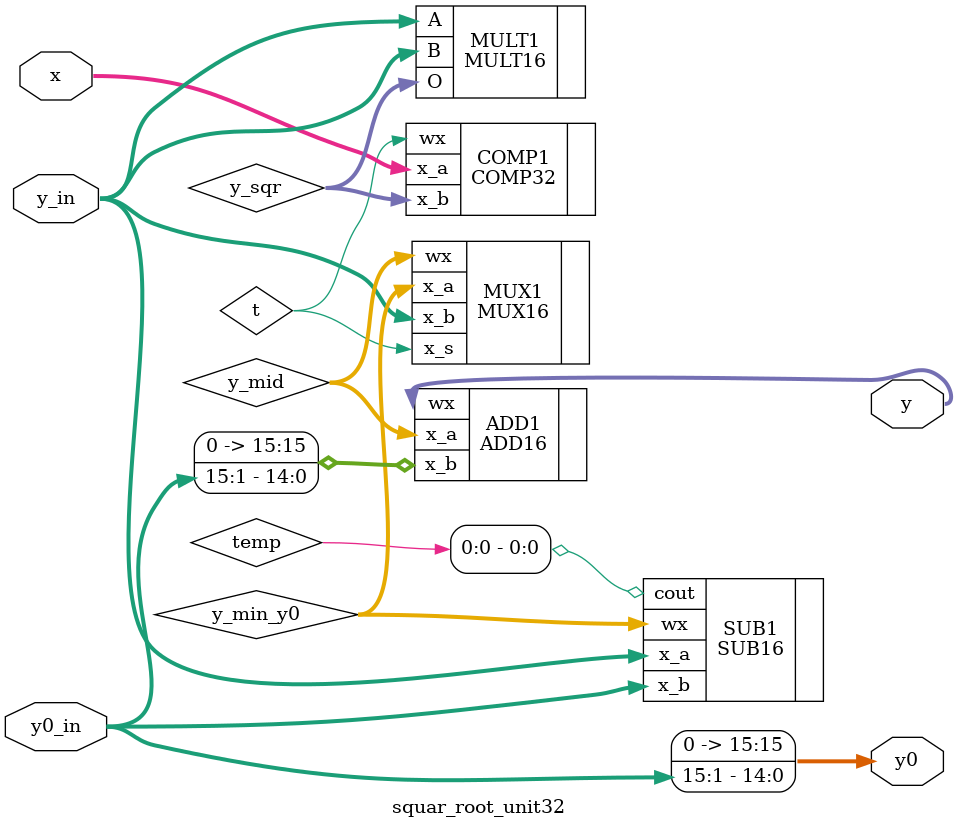
<source format=v>
module square_root_comb32(  //N=32,M=64
	input 			[31:0]		A,
	output			[15:0]	O
	);

	wire	[15:0]	Y[0:64];
	wire	[15:0]	Y0[0:64];

	assign Y[0] = {1'b1,{(15){1'b0}}};
	assign Y0[0] = {1'b1,{(15){1'b0}}};

	assign O = Y[64];

	genvar gv;
	generate
	for (gv = 0; gv < 64; gv = gv + 1)
	begin: sqr_rt
		squar_root_unit32 squar_root_unit32(
			.x(A),
			.y_in(Y[gv]),
			.y0_in(Y0[gv]),
			.y(Y[gv+1]),
			.y0(Y0[gv+1])
);
	end
	endgenerate


endmodule


module squar_root_unit32(
	input		[31:0]		x,
	input	[15:0]	y_in, y0_in,
	output	[15:0]	y, y0
);

	wire 						t;
	wire		[15:0]	y_min_y0, y_mid;
	wire		[31:0]		y_sqr;
	wire		[1:0]		temp;

	//assign	y_sqr = y_in * y_in;
	MULT16 MULT1(.A(y_in), .B(y_in), .O(y_sqr));
	//assign 	t = (y_sqr > x) ? 1 : 0;
	COMP32 COMP1(.x_a(x), .x_b(y_sqr), .wx(t));
	//assign	y_min_y0 = y_in - y0_in;
	SUB16 SUB1 (.x_a(y_in), .x_b(y0_in), .wx(y_min_y0), .cout(temp[0]));
	//assign 	y_mid = t? y_min_y0 : y_in;
	MUX16 MUX1 (.x_a(y_min_y0), .x_b(y_in), .x_s(t), .wx(y_mid));
	assign 	y0 = y0_in >> 1;
	//assign 	y = y_mid + y0;
	ADD16 ADD1 (.x_a(y_mid), .x_b(y0), .wx(y));

endmodule

</source>
